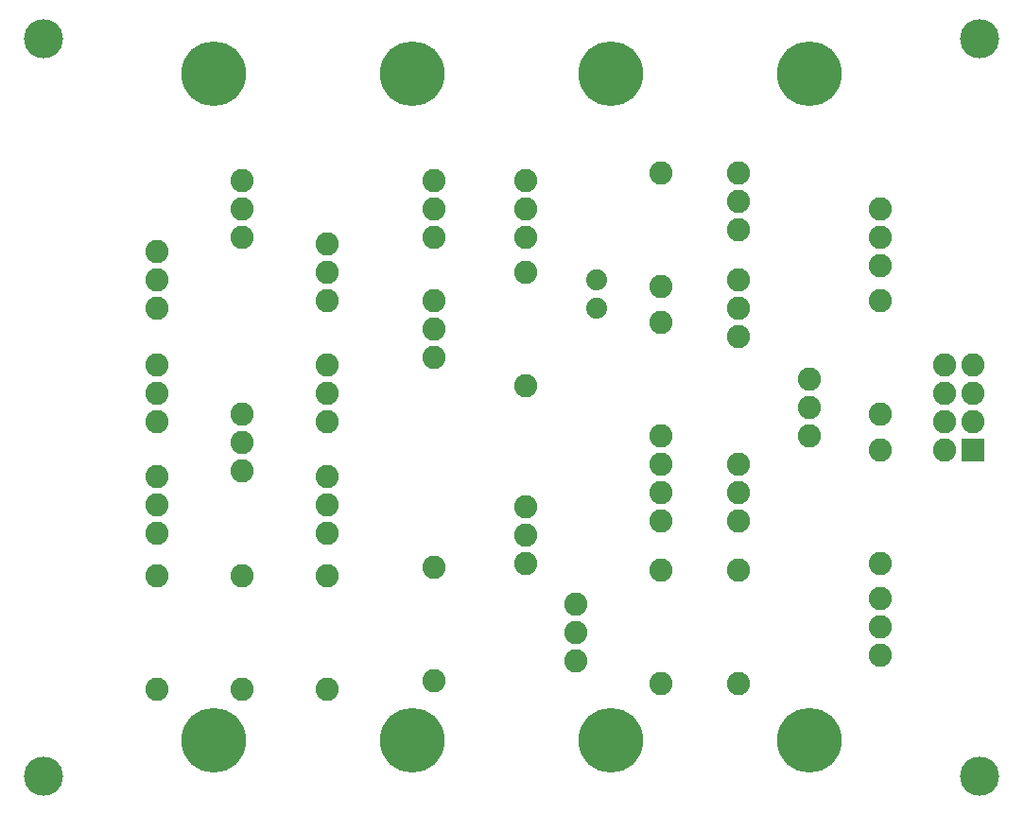
<source format=gts>
G75*
%MOIN*%
%OFA0B0*%
%FSLAX24Y24*%
%IPPOS*%
%LPD*%
%AMOC8*
5,1,8,0,0,1.08239X$1,22.5*
%
%ADD10C,0.0820*%
%ADD11C,0.0740*%
%ADD12C,0.1380*%
%ADD13C,0.2280*%
%ADD14R,0.0820X0.0820*%
D10*
X005375Y004425D03*
X008375Y004425D03*
X011375Y004425D03*
X015125Y004725D03*
X011375Y008425D03*
X011375Y009925D03*
X011375Y010925D03*
X011375Y011925D03*
X011375Y013875D03*
X011375Y014875D03*
X011375Y015875D03*
X011375Y018125D03*
X011375Y019125D03*
X011375Y020125D03*
X008375Y020375D03*
X008375Y021375D03*
X008375Y022375D03*
X005375Y019875D03*
X005375Y018875D03*
X005375Y017875D03*
X005375Y015875D03*
X005375Y014875D03*
X005375Y013875D03*
X005375Y011925D03*
X005375Y010925D03*
X005375Y009925D03*
X005375Y008425D03*
X008375Y008425D03*
X008375Y012125D03*
X008375Y013125D03*
X008375Y014125D03*
X015125Y016125D03*
X015125Y017125D03*
X015125Y018125D03*
X015125Y020375D03*
X015125Y021375D03*
X015125Y022375D03*
X018375Y022375D03*
X018375Y021375D03*
X018375Y020375D03*
X018375Y019125D03*
X023125Y018625D03*
X023125Y017375D03*
X025875Y016875D03*
X025875Y017875D03*
X025875Y018875D03*
X025875Y020625D03*
X025875Y021625D03*
X025875Y022625D03*
X023125Y022625D03*
X030875Y021375D03*
X030875Y020375D03*
X030875Y019375D03*
X030875Y018125D03*
X033125Y015875D03*
X034125Y015875D03*
X034125Y014875D03*
X034125Y013875D03*
X033125Y013875D03*
X033125Y014875D03*
X030875Y014125D03*
X030875Y012875D03*
X033125Y012875D03*
X028375Y013375D03*
X028375Y014375D03*
X028375Y015375D03*
X025875Y012375D03*
X025875Y011375D03*
X025875Y010375D03*
X025875Y008625D03*
X023125Y008625D03*
X023125Y010375D03*
X023125Y011375D03*
X023125Y012375D03*
X023125Y013375D03*
X018375Y015125D03*
X018375Y010875D03*
X018375Y009875D03*
X018375Y008875D03*
X020125Y007425D03*
X020125Y006425D03*
X020125Y005425D03*
X023125Y004625D03*
X025875Y004625D03*
X030875Y005625D03*
X030875Y006625D03*
X030875Y007625D03*
X030875Y008875D03*
X015125Y008725D03*
D11*
X020875Y017875D03*
X020875Y018875D03*
D12*
X001375Y001375D03*
X001375Y027375D03*
X034375Y027375D03*
X034375Y001375D03*
D13*
X028375Y002625D03*
X021375Y002625D03*
X014375Y002625D03*
X007375Y002625D03*
X007375Y026125D03*
X014375Y026125D03*
X021375Y026125D03*
X028375Y026125D03*
D14*
X034125Y012875D03*
M02*

</source>
